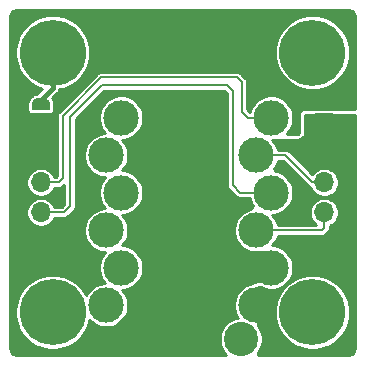
<source format=gbr>
%TF.GenerationSoftware,KiCad,Pcbnew,(5.1.9-0-10_14)*%
%TF.CreationDate,2021-03-07T16:19:06+01:00*%
%TF.ProjectId,Klinke Dual,4b6c696e-6b65-4204-9475-616c2e6b6963,rev?*%
%TF.SameCoordinates,Original*%
%TF.FileFunction,Copper,L1,Top*%
%TF.FilePolarity,Positive*%
%FSLAX46Y46*%
G04 Gerber Fmt 4.6, Leading zero omitted, Abs format (unit mm)*
G04 Created by KiCad (PCBNEW (5.1.9-0-10_14)) date 2021-03-07 16:19:06*
%MOMM*%
%LPD*%
G01*
G04 APERTURE LIST*
%TA.AperFunction,ComponentPad*%
%ADD10C,5.600000*%
%TD*%
%TA.AperFunction,SMDPad,CuDef*%
%ADD11C,0.100000*%
%TD*%
%TA.AperFunction,ComponentPad*%
%ADD12O,1.700000X1.700000*%
%TD*%
%TA.AperFunction,ComponentPad*%
%ADD13R,1.700000X1.700000*%
%TD*%
%TA.AperFunction,ComponentPad*%
%ADD14C,3.000000*%
%TD*%
%TA.AperFunction,ComponentPad*%
%ADD15C,2.900000*%
%TD*%
%TA.AperFunction,Conductor*%
%ADD16C,0.400000*%
%TD*%
%TA.AperFunction,Conductor*%
%ADD17C,0.200000*%
%TD*%
%TA.AperFunction,Conductor*%
%ADD18C,0.254000*%
%TD*%
%TA.AperFunction,Conductor*%
%ADD19C,0.100000*%
%TD*%
G04 APERTURE END LIST*
D10*
%TO.P,H1,1*%
%TO.N,Earth*%
X139000000Y-89000000D03*
%TD*%
%TO.P,H2,1*%
%TO.N,Earth*%
X161000000Y-89000000D03*
%TD*%
%TO.P,H3,1*%
%TO.N,Earth*%
X139000000Y-111000000D03*
%TD*%
%TO.P,H4,1*%
%TO.N,Earth*%
X161000000Y-111000000D03*
%TD*%
%TA.AperFunction,SMDPad,CuDef*%
D11*
%TO.P,JP2,2*%
%TO.N,/GND2*%
G36*
X162749398Y-94650000D02*
G01*
X162749398Y-94674534D01*
X162744588Y-94723365D01*
X162735016Y-94771490D01*
X162720772Y-94818445D01*
X162701995Y-94863778D01*
X162678864Y-94907051D01*
X162651604Y-94947850D01*
X162620476Y-94985779D01*
X162585779Y-95020476D01*
X162547850Y-95051604D01*
X162507051Y-95078864D01*
X162463778Y-95101995D01*
X162418445Y-95120772D01*
X162371490Y-95135016D01*
X162323365Y-95144588D01*
X162274534Y-95149398D01*
X162250000Y-95149398D01*
X162250000Y-95150000D01*
X161750000Y-95150000D01*
X161750000Y-95149398D01*
X161725466Y-95149398D01*
X161676635Y-95144588D01*
X161628510Y-95135016D01*
X161581555Y-95120772D01*
X161536222Y-95101995D01*
X161492949Y-95078864D01*
X161452150Y-95051604D01*
X161414221Y-95020476D01*
X161379524Y-94985779D01*
X161348396Y-94947850D01*
X161321136Y-94907051D01*
X161298005Y-94863778D01*
X161279228Y-94818445D01*
X161264984Y-94771490D01*
X161255412Y-94723365D01*
X161250602Y-94674534D01*
X161250602Y-94650000D01*
X161250000Y-94650000D01*
X161250000Y-94150000D01*
X162750000Y-94150000D01*
X162750000Y-94650000D01*
X162749398Y-94650000D01*
G37*
%TD.AperFunction*%
%TA.AperFunction,SMDPad,CuDef*%
%TO.P,JP2,1*%
%TO.N,/GND1*%
G36*
X161250000Y-93850000D02*
G01*
X161250000Y-93350000D01*
X161250602Y-93350000D01*
X161250602Y-93325466D01*
X161255412Y-93276635D01*
X161264984Y-93228510D01*
X161279228Y-93181555D01*
X161298005Y-93136222D01*
X161321136Y-93092949D01*
X161348396Y-93052150D01*
X161379524Y-93014221D01*
X161414221Y-92979524D01*
X161452150Y-92948396D01*
X161492949Y-92921136D01*
X161536222Y-92898005D01*
X161581555Y-92879228D01*
X161628510Y-92864984D01*
X161676635Y-92855412D01*
X161725466Y-92850602D01*
X161750000Y-92850602D01*
X161750000Y-92850000D01*
X162250000Y-92850000D01*
X162250000Y-92850602D01*
X162274534Y-92850602D01*
X162323365Y-92855412D01*
X162371490Y-92864984D01*
X162418445Y-92879228D01*
X162463778Y-92898005D01*
X162507051Y-92921136D01*
X162547850Y-92948396D01*
X162585779Y-92979524D01*
X162620476Y-93014221D01*
X162651604Y-93052150D01*
X162678864Y-93092949D01*
X162701995Y-93136222D01*
X162720772Y-93181555D01*
X162735016Y-93228510D01*
X162744588Y-93276635D01*
X162749398Y-93325466D01*
X162749398Y-93350000D01*
X162750000Y-93350000D01*
X162750000Y-93850000D01*
X161250000Y-93850000D01*
G37*
%TD.AperFunction*%
%TD*%
%TA.AperFunction,SMDPad,CuDef*%
%TO.P,JP1,2*%
%TO.N,Earth*%
G36*
X137250602Y-93350000D02*
G01*
X137250602Y-93325466D01*
X137255412Y-93276635D01*
X137264984Y-93228510D01*
X137279228Y-93181555D01*
X137298005Y-93136222D01*
X137321136Y-93092949D01*
X137348396Y-93052150D01*
X137379524Y-93014221D01*
X137414221Y-92979524D01*
X137452150Y-92948396D01*
X137492949Y-92921136D01*
X137536222Y-92898005D01*
X137581555Y-92879228D01*
X137628510Y-92864984D01*
X137676635Y-92855412D01*
X137725466Y-92850602D01*
X137750000Y-92850602D01*
X137750000Y-92850000D01*
X138250000Y-92850000D01*
X138250000Y-92850602D01*
X138274534Y-92850602D01*
X138323365Y-92855412D01*
X138371490Y-92864984D01*
X138418445Y-92879228D01*
X138463778Y-92898005D01*
X138507051Y-92921136D01*
X138547850Y-92948396D01*
X138585779Y-92979524D01*
X138620476Y-93014221D01*
X138651604Y-93052150D01*
X138678864Y-93092949D01*
X138701995Y-93136222D01*
X138720772Y-93181555D01*
X138735016Y-93228510D01*
X138744588Y-93276635D01*
X138749398Y-93325466D01*
X138749398Y-93350000D01*
X138750000Y-93350000D01*
X138750000Y-93850000D01*
X137250000Y-93850000D01*
X137250000Y-93350000D01*
X137250602Y-93350000D01*
G37*
%TD.AperFunction*%
%TA.AperFunction,SMDPad,CuDef*%
%TO.P,JP1,1*%
%TO.N,/GND1*%
G36*
X138750000Y-94150000D02*
G01*
X138750000Y-94650000D01*
X138749398Y-94650000D01*
X138749398Y-94674534D01*
X138744588Y-94723365D01*
X138735016Y-94771490D01*
X138720772Y-94818445D01*
X138701995Y-94863778D01*
X138678864Y-94907051D01*
X138651604Y-94947850D01*
X138620476Y-94985779D01*
X138585779Y-95020476D01*
X138547850Y-95051604D01*
X138507051Y-95078864D01*
X138463778Y-95101995D01*
X138418445Y-95120772D01*
X138371490Y-95135016D01*
X138323365Y-95144588D01*
X138274534Y-95149398D01*
X138250000Y-95149398D01*
X138250000Y-95150000D01*
X137750000Y-95150000D01*
X137750000Y-95149398D01*
X137725466Y-95149398D01*
X137676635Y-95144588D01*
X137628510Y-95135016D01*
X137581555Y-95120772D01*
X137536222Y-95101995D01*
X137492949Y-95078864D01*
X137452150Y-95051604D01*
X137414221Y-95020476D01*
X137379524Y-94985779D01*
X137348396Y-94947850D01*
X137321136Y-94907051D01*
X137298005Y-94863778D01*
X137279228Y-94818445D01*
X137264984Y-94771490D01*
X137255412Y-94723365D01*
X137250602Y-94674534D01*
X137250602Y-94650000D01*
X137250000Y-94650000D01*
X137250000Y-94150000D01*
X138750000Y-94150000D01*
G37*
%TD.AperFunction*%
%TD*%
D12*
%TO.P,J3,3*%
%TO.N,/RIGHT2*%
X162000000Y-102540000D03*
%TO.P,J3,2*%
%TO.N,/LEFT2*%
X162000000Y-100000000D03*
D13*
%TO.P,J3,1*%
%TO.N,/GND2*%
X162000000Y-97460000D03*
%TD*%
D12*
%TO.P,J2,3*%
%TO.N,/RIGHT1*%
X138000000Y-102540000D03*
%TO.P,J2,2*%
%TO.N,/LEFT1*%
X138000000Y-100000000D03*
D13*
%TO.P,J2,1*%
%TO.N,/GND1*%
X138000000Y-97460000D03*
%TD*%
D14*
%TO.P,J1,RN2*%
%TO.N,Net-(J1-PadRN2)*%
X143530000Y-104050000D03*
%TO.P,J1,RN1*%
%TO.N,Net-(J1-PadRN1)*%
X144800000Y-100870000D03*
%TO.P,J1,R2*%
%TO.N,/RIGHT2*%
X156230000Y-104050000D03*
%TO.P,J1,R1*%
%TO.N,/RIGHT1*%
X157500000Y-100870000D03*
%TO.P,J1,SN2*%
%TO.N,Net-(J1-PadSN2)*%
X143530000Y-110390000D03*
%TO.P,J1,SN1*%
%TO.N,Net-(J1-PadSN1)*%
X144800000Y-107220000D03*
%TO.P,J1,TN2*%
%TO.N,Net-(J1-PadTN2)*%
X143530000Y-97700000D03*
%TO.P,J1,TN1*%
%TO.N,Net-(J1-PadTN1)*%
X144800000Y-94520000D03*
%TO.P,J1,S2*%
%TO.N,/GND2*%
X156230000Y-110390000D03*
%TO.P,J1,S1*%
%TO.N,/GND1*%
X157500000Y-107220000D03*
%TO.P,J1,T2*%
%TO.N,/LEFT2*%
X156230000Y-97700000D03*
%TO.P,J1,T1*%
%TO.N,/LEFT1*%
X157500000Y-94520000D03*
D15*
%TO.P,J1,G*%
%TO.N,Earth*%
X154960000Y-113270000D03*
%TD*%
D16*
%TO.N,Earth*%
X138000000Y-93000000D02*
X139000000Y-92000000D01*
X139000000Y-89000000D02*
X139000000Y-92000000D01*
X138000000Y-93350000D02*
X138000000Y-93000000D01*
D17*
%TO.N,/RIGHT2*%
X156230000Y-104050000D02*
X161825000Y-104050000D01*
X162000000Y-103875000D02*
X162000000Y-102540000D01*
X161825000Y-104050000D02*
X162000000Y-103875000D01*
%TO.N,/RIGHT1*%
X157500000Y-100870000D02*
X154870000Y-100870000D01*
X154870000Y-100870000D02*
X154250000Y-100250000D01*
X138000000Y-102540000D02*
X139960000Y-102540000D01*
X153745000Y-91745000D02*
X143187540Y-91745000D01*
X143187540Y-91745000D02*
X140475000Y-94457540D01*
X154250000Y-92250000D02*
X153745000Y-91745000D01*
X154250000Y-100250000D02*
X154250000Y-92250000D01*
X140475000Y-102025000D02*
X140000000Y-102500000D01*
X140475000Y-99025000D02*
X140475000Y-102025000D01*
X139960000Y-102540000D02*
X140000000Y-102500000D01*
X140475000Y-94457540D02*
X140475000Y-99025000D01*
%TO.N,/GND2*%
X164027001Y-98027001D02*
X163460000Y-97460000D01*
X164027001Y-103493037D02*
X164027001Y-98027001D01*
X157130038Y-110390000D02*
X164027001Y-103493037D01*
X163460000Y-97460000D02*
X162000000Y-97460000D01*
X156230000Y-110390000D02*
X157130038Y-110390000D01*
D16*
%TO.N,/GND1*%
X138000000Y-97460000D02*
X138000000Y-95000000D01*
D17*
%TO.N,/LEFT2*%
X162000000Y-100000000D02*
X161000000Y-100000000D01*
X161000000Y-100000000D02*
X158700000Y-97700000D01*
X158700000Y-97700000D02*
X158200000Y-97700000D01*
X156230000Y-97700000D02*
X158200000Y-97700000D01*
%TO.N,/LEFT1*%
X139840000Y-94380000D02*
X143110000Y-91110000D01*
X138000000Y-100000000D02*
X139500000Y-100000000D01*
X139840000Y-97840000D02*
X139840000Y-99660000D01*
X139840000Y-97840000D02*
X139840000Y-94380000D01*
X139840000Y-99660000D02*
X139500000Y-100000000D01*
X157500000Y-94520000D02*
X155520000Y-94520000D01*
X155520000Y-94520000D02*
X155000000Y-94000000D01*
X155000000Y-94000000D02*
X155000000Y-91500000D01*
X155000000Y-91500000D02*
X154610000Y-91110000D01*
X143110000Y-91110000D02*
X154610000Y-91110000D01*
%TD*%
D18*
%TO.N,/GND1*%
X164114994Y-85419222D02*
X164225614Y-85452620D01*
X164327639Y-85506868D01*
X164417179Y-85579895D01*
X164490833Y-85668925D01*
X164545792Y-85770572D01*
X164579960Y-85880949D01*
X164594001Y-86014537D01*
X164594001Y-93773000D01*
X162809327Y-93773000D01*
X162750000Y-93767157D01*
X161250000Y-93767157D01*
X161190673Y-93773000D01*
X160254000Y-93773000D01*
X160229223Y-93775440D01*
X160132021Y-93794775D01*
X160108197Y-93802002D01*
X160086241Y-93813738D01*
X160003838Y-93868798D01*
X159984592Y-93884592D01*
X159968798Y-93903838D01*
X159913738Y-93986241D01*
X159902002Y-94008197D01*
X159894775Y-94032021D01*
X159875440Y-94129223D01*
X159873000Y-94154000D01*
X159873000Y-95733490D01*
X159861033Y-95793649D01*
X159834043Y-95834043D01*
X159793649Y-95861033D01*
X159733490Y-95873000D01*
X158807135Y-95873000D01*
X158961068Y-95719067D01*
X159166920Y-95410987D01*
X159308714Y-95068667D01*
X159381000Y-94705262D01*
X159381000Y-94334738D01*
X159308714Y-93971333D01*
X159166920Y-93629013D01*
X158961068Y-93320933D01*
X158699067Y-93058932D01*
X158390987Y-92853080D01*
X158048667Y-92711286D01*
X157685262Y-92639000D01*
X157314738Y-92639000D01*
X156951333Y-92711286D01*
X156609013Y-92853080D01*
X156300933Y-93058932D01*
X156038932Y-93320933D01*
X155833080Y-93629013D01*
X155691286Y-93971333D01*
X155684697Y-94004460D01*
X155481000Y-93800764D01*
X155481000Y-91523623D01*
X155483327Y-91499999D01*
X155478576Y-91451764D01*
X155474040Y-91405708D01*
X155446536Y-91315039D01*
X155401872Y-91231478D01*
X155341764Y-91158236D01*
X155323411Y-91143174D01*
X154966830Y-90786593D01*
X154951764Y-90768236D01*
X154878522Y-90708128D01*
X154794961Y-90663464D01*
X154704292Y-90635960D01*
X154633626Y-90629000D01*
X154610000Y-90626673D01*
X154586374Y-90629000D01*
X143133623Y-90629000D01*
X143109999Y-90626673D01*
X143086375Y-90629000D01*
X143086374Y-90629000D01*
X143015708Y-90635960D01*
X142925039Y-90663464D01*
X142841478Y-90708128D01*
X142768236Y-90768236D01*
X142753175Y-90786588D01*
X139516589Y-94023175D01*
X139498237Y-94038236D01*
X139483176Y-94056588D01*
X139438129Y-94111478D01*
X139393465Y-94195039D01*
X139365960Y-94285708D01*
X139356673Y-94380000D01*
X139359001Y-94403636D01*
X139359000Y-97816374D01*
X139359000Y-97816375D01*
X139359001Y-99460763D01*
X139300764Y-99519000D01*
X139133188Y-99519000D01*
X139090898Y-99416903D01*
X138956180Y-99215283D01*
X138784717Y-99043820D01*
X138583097Y-98909102D01*
X138359069Y-98816307D01*
X138121243Y-98769000D01*
X137878757Y-98769000D01*
X137640931Y-98816307D01*
X137416903Y-98909102D01*
X137215283Y-99043820D01*
X137043820Y-99215283D01*
X136909102Y-99416903D01*
X136816307Y-99640931D01*
X136769000Y-99878757D01*
X136769000Y-100121243D01*
X136816307Y-100359069D01*
X136909102Y-100583097D01*
X137043820Y-100784717D01*
X137215283Y-100956180D01*
X137416903Y-101090898D01*
X137640931Y-101183693D01*
X137878757Y-101231000D01*
X138121243Y-101231000D01*
X138359069Y-101183693D01*
X138583097Y-101090898D01*
X138784717Y-100956180D01*
X138956180Y-100784717D01*
X139090898Y-100583097D01*
X139133188Y-100481000D01*
X139476374Y-100481000D01*
X139500000Y-100483327D01*
X139523626Y-100481000D01*
X139594292Y-100474040D01*
X139684961Y-100446536D01*
X139768522Y-100401872D01*
X139841764Y-100341764D01*
X139856830Y-100323406D01*
X139994000Y-100186236D01*
X139994001Y-101825762D01*
X139760764Y-102059000D01*
X139133188Y-102059000D01*
X139090898Y-101956903D01*
X138956180Y-101755283D01*
X138784717Y-101583820D01*
X138583097Y-101449102D01*
X138359069Y-101356307D01*
X138121243Y-101309000D01*
X137878757Y-101309000D01*
X137640931Y-101356307D01*
X137416903Y-101449102D01*
X137215283Y-101583820D01*
X137043820Y-101755283D01*
X136909102Y-101956903D01*
X136816307Y-102180931D01*
X136769000Y-102418757D01*
X136769000Y-102661243D01*
X136816307Y-102899069D01*
X136909102Y-103123097D01*
X137043820Y-103324717D01*
X137215283Y-103496180D01*
X137416903Y-103630898D01*
X137640931Y-103723693D01*
X137878757Y-103771000D01*
X138121243Y-103771000D01*
X138359069Y-103723693D01*
X138583097Y-103630898D01*
X138784717Y-103496180D01*
X138956180Y-103324717D01*
X139090898Y-103123097D01*
X139133188Y-103021000D01*
X139936374Y-103021000D01*
X139960000Y-103023327D01*
X139983626Y-103021000D01*
X140054292Y-103014040D01*
X140144961Y-102986536D01*
X140228522Y-102941872D01*
X140301764Y-102881764D01*
X140316832Y-102863404D01*
X140323409Y-102856826D01*
X140323412Y-102856824D01*
X140798411Y-102381826D01*
X140816764Y-102366764D01*
X140876872Y-102293522D01*
X140921536Y-102209961D01*
X140949040Y-102119292D01*
X140956000Y-102048626D01*
X140956000Y-102048617D01*
X140958326Y-102025001D01*
X140956000Y-102001385D01*
X140956000Y-94656776D01*
X143386777Y-92226000D01*
X153545764Y-92226000D01*
X153769001Y-92449238D01*
X153769000Y-100226374D01*
X153766673Y-100250000D01*
X153769000Y-100273625D01*
X153775960Y-100344291D01*
X153803464Y-100434960D01*
X153848128Y-100518522D01*
X153908236Y-100591764D01*
X153926594Y-100606830D01*
X154513174Y-101193411D01*
X154528236Y-101211764D01*
X154601478Y-101271872D01*
X154685039Y-101316536D01*
X154775708Y-101344040D01*
X154846374Y-101351000D01*
X154846383Y-101351000D01*
X154869999Y-101353326D01*
X154893615Y-101351000D01*
X155677826Y-101351000D01*
X155691286Y-101418667D01*
X155833080Y-101760987D01*
X155983432Y-101986005D01*
X155968798Y-102003838D01*
X155913738Y-102086241D01*
X155902002Y-102108197D01*
X155894775Y-102132021D01*
X155880938Y-102201582D01*
X155681333Y-102241286D01*
X155339013Y-102383080D01*
X155030933Y-102588932D01*
X154768932Y-102850933D01*
X154563080Y-103159013D01*
X154421286Y-103501333D01*
X154349000Y-103864738D01*
X154349000Y-104235262D01*
X154421286Y-104598667D01*
X154563080Y-104940987D01*
X154768932Y-105249067D01*
X155030933Y-105511068D01*
X155339013Y-105716920D01*
X155681333Y-105858714D01*
X156044738Y-105931000D01*
X156415262Y-105931000D01*
X156686737Y-105877000D01*
X157233490Y-105877000D01*
X157293649Y-105888967D01*
X157334043Y-105915957D01*
X157361033Y-105956351D01*
X157373000Y-106016510D01*
X157373000Y-108233490D01*
X157361033Y-108293649D01*
X157334043Y-108334043D01*
X157293649Y-108361033D01*
X157233490Y-108373000D01*
X156254000Y-108373000D01*
X156229223Y-108375440D01*
X156132021Y-108394775D01*
X156108197Y-108402002D01*
X156086241Y-108413738D01*
X156003838Y-108468798D01*
X155984592Y-108484592D01*
X155968798Y-108503838D01*
X155953180Y-108527212D01*
X155681333Y-108581286D01*
X155339013Y-108723080D01*
X155030933Y-108928932D01*
X154768932Y-109190933D01*
X154563080Y-109499013D01*
X154421286Y-109841333D01*
X154349000Y-110204738D01*
X154349000Y-110575262D01*
X154421286Y-110938667D01*
X154563080Y-111280987D01*
X154681683Y-111458489D01*
X154425917Y-111509365D01*
X154092696Y-111647389D01*
X153792806Y-111847770D01*
X153537770Y-112102806D01*
X153337389Y-112402696D01*
X153199365Y-112735917D01*
X153129000Y-113089662D01*
X153129000Y-113450338D01*
X153199365Y-113804083D01*
X153337389Y-114137304D01*
X153537770Y-114437194D01*
X153694576Y-114594000D01*
X136019854Y-114594000D01*
X135885006Y-114580778D01*
X135774385Y-114547379D01*
X135672361Y-114493132D01*
X135582821Y-114420106D01*
X135509166Y-114331072D01*
X135454208Y-114229428D01*
X135420040Y-114119051D01*
X135406000Y-113985472D01*
X135406000Y-110686699D01*
X135819000Y-110686699D01*
X135819000Y-111313301D01*
X135941245Y-111927863D01*
X136181035Y-112506768D01*
X136529156Y-113027769D01*
X136972231Y-113470844D01*
X137493232Y-113818965D01*
X138072137Y-114058755D01*
X138686699Y-114181000D01*
X139313301Y-114181000D01*
X139927863Y-114058755D01*
X140506768Y-113818965D01*
X141027769Y-113470844D01*
X141470844Y-113027769D01*
X141818965Y-112506768D01*
X142058755Y-111927863D01*
X142116654Y-111636789D01*
X142330933Y-111851068D01*
X142639013Y-112056920D01*
X142981333Y-112198714D01*
X143344738Y-112271000D01*
X143715262Y-112271000D01*
X144078667Y-112198714D01*
X144420987Y-112056920D01*
X144729067Y-111851068D01*
X144991068Y-111589067D01*
X145196920Y-111280987D01*
X145338714Y-110938667D01*
X145411000Y-110575262D01*
X145411000Y-110204738D01*
X145338714Y-109841333D01*
X145196920Y-109499013D01*
X144991068Y-109190933D01*
X144901135Y-109101000D01*
X144985262Y-109101000D01*
X145348667Y-109028714D01*
X145690987Y-108886920D01*
X145999067Y-108681068D01*
X146261068Y-108419067D01*
X146466920Y-108110987D01*
X146608714Y-107768667D01*
X146681000Y-107405262D01*
X146681000Y-107034738D01*
X146608714Y-106671333D01*
X146466920Y-106329013D01*
X146261068Y-106020933D01*
X145999067Y-105758932D01*
X145690987Y-105553080D01*
X145348667Y-105411286D01*
X144985262Y-105339000D01*
X144901135Y-105339000D01*
X144991068Y-105249067D01*
X145196920Y-104940987D01*
X145338714Y-104598667D01*
X145411000Y-104235262D01*
X145411000Y-103864738D01*
X145338714Y-103501333D01*
X145196920Y-103159013D01*
X144991068Y-102850933D01*
X144891135Y-102751000D01*
X144985262Y-102751000D01*
X145348667Y-102678714D01*
X145690987Y-102536920D01*
X145999067Y-102331068D01*
X146261068Y-102069067D01*
X146466920Y-101760987D01*
X146608714Y-101418667D01*
X146681000Y-101055262D01*
X146681000Y-100684738D01*
X146608714Y-100321333D01*
X146466920Y-99979013D01*
X146261068Y-99670933D01*
X145999067Y-99408932D01*
X145690987Y-99203080D01*
X145348667Y-99061286D01*
X144985262Y-98989000D01*
X144901135Y-98989000D01*
X144991068Y-98899067D01*
X145196920Y-98590987D01*
X145338714Y-98248667D01*
X145411000Y-97885262D01*
X145411000Y-97514738D01*
X145338714Y-97151333D01*
X145196920Y-96809013D01*
X144991068Y-96500933D01*
X144891135Y-96401000D01*
X144985262Y-96401000D01*
X145348667Y-96328714D01*
X145690987Y-96186920D01*
X145999067Y-95981068D01*
X146261068Y-95719067D01*
X146466920Y-95410987D01*
X146608714Y-95068667D01*
X146681000Y-94705262D01*
X146681000Y-94334738D01*
X146608714Y-93971333D01*
X146466920Y-93629013D01*
X146261068Y-93320933D01*
X145999067Y-93058932D01*
X145690987Y-92853080D01*
X145348667Y-92711286D01*
X144985262Y-92639000D01*
X144614738Y-92639000D01*
X144251333Y-92711286D01*
X143909013Y-92853080D01*
X143600933Y-93058932D01*
X143338932Y-93320933D01*
X143133080Y-93629013D01*
X142991286Y-93971333D01*
X142919000Y-94334738D01*
X142919000Y-94705262D01*
X142991286Y-95068667D01*
X143133080Y-95410987D01*
X143338932Y-95719067D01*
X143438865Y-95819000D01*
X143344738Y-95819000D01*
X142981333Y-95891286D01*
X142639013Y-96033080D01*
X142330933Y-96238932D01*
X142068932Y-96500933D01*
X141863080Y-96809013D01*
X141721286Y-97151333D01*
X141649000Y-97514738D01*
X141649000Y-97885262D01*
X141721286Y-98248667D01*
X141863080Y-98590987D01*
X142068932Y-98899067D01*
X142330933Y-99161068D01*
X142639013Y-99366920D01*
X142981333Y-99508714D01*
X143344738Y-99581000D01*
X143428865Y-99581000D01*
X143338932Y-99670933D01*
X143133080Y-99979013D01*
X142991286Y-100321333D01*
X142919000Y-100684738D01*
X142919000Y-101055262D01*
X142991286Y-101418667D01*
X143133080Y-101760987D01*
X143338932Y-102069067D01*
X143438865Y-102169000D01*
X143344738Y-102169000D01*
X142981333Y-102241286D01*
X142639013Y-102383080D01*
X142330933Y-102588932D01*
X142068932Y-102850933D01*
X141863080Y-103159013D01*
X141721286Y-103501333D01*
X141649000Y-103864738D01*
X141649000Y-104235262D01*
X141721286Y-104598667D01*
X141863080Y-104940987D01*
X142068932Y-105249067D01*
X142330933Y-105511068D01*
X142639013Y-105716920D01*
X142981333Y-105858714D01*
X143344738Y-105931000D01*
X143428865Y-105931000D01*
X143338932Y-106020933D01*
X143133080Y-106329013D01*
X142991286Y-106671333D01*
X142919000Y-107034738D01*
X142919000Y-107405262D01*
X142991286Y-107768667D01*
X143133080Y-108110987D01*
X143338932Y-108419067D01*
X143428865Y-108509000D01*
X143344738Y-108509000D01*
X142981333Y-108581286D01*
X142639013Y-108723080D01*
X142330933Y-108928932D01*
X142068932Y-109190933D01*
X141863080Y-109499013D01*
X141842220Y-109549374D01*
X141818965Y-109493232D01*
X141470844Y-108972231D01*
X141027769Y-108529156D01*
X140506768Y-108181035D01*
X139927863Y-107941245D01*
X139313301Y-107819000D01*
X138686699Y-107819000D01*
X138072137Y-107941245D01*
X137493232Y-108181035D01*
X136972231Y-108529156D01*
X136529156Y-108972231D01*
X136181035Y-109493232D01*
X135941245Y-110072137D01*
X135819000Y-110686699D01*
X135406000Y-110686699D01*
X135406000Y-88686699D01*
X135819000Y-88686699D01*
X135819000Y-89313301D01*
X135941245Y-89927863D01*
X136181035Y-90506768D01*
X136529156Y-91027769D01*
X136972231Y-91470844D01*
X137493232Y-91818965D01*
X138072137Y-92058755D01*
X138111715Y-92066628D01*
X137708778Y-92469565D01*
X137700991Y-92469565D01*
X137626302Y-92476921D01*
X137530169Y-92496043D01*
X137458352Y-92517828D01*
X137367796Y-92555337D01*
X137301606Y-92590717D01*
X137220107Y-92645173D01*
X137162092Y-92692784D01*
X137092784Y-92762092D01*
X137045173Y-92820107D01*
X136990717Y-92901606D01*
X136955337Y-92967796D01*
X136917828Y-93058352D01*
X136896043Y-93130169D01*
X136876921Y-93226302D01*
X136869565Y-93300991D01*
X136869565Y-93325550D01*
X136867157Y-93350000D01*
X136867157Y-93850000D01*
X136874513Y-93924689D01*
X136896299Y-93996508D01*
X136931678Y-94062696D01*
X136979289Y-94120711D01*
X137037304Y-94168322D01*
X137103492Y-94203701D01*
X137175311Y-94225487D01*
X137250000Y-94232843D01*
X138750000Y-94232843D01*
X138824689Y-94225487D01*
X138896508Y-94203701D01*
X138962696Y-94168322D01*
X139020711Y-94120711D01*
X139068322Y-94062696D01*
X139103701Y-93996508D01*
X139125487Y-93924689D01*
X139132843Y-93850000D01*
X139132843Y-93350000D01*
X139130435Y-93325550D01*
X139130435Y-93300991D01*
X139123079Y-93226302D01*
X139103957Y-93130169D01*
X139082172Y-93058352D01*
X139044663Y-92967796D01*
X139009283Y-92901606D01*
X138973542Y-92848116D01*
X139390645Y-92431013D01*
X139412817Y-92412817D01*
X139485421Y-92324348D01*
X139539371Y-92223415D01*
X139567580Y-92130420D01*
X139927863Y-92058755D01*
X140506768Y-91818965D01*
X141027769Y-91470844D01*
X141470844Y-91027769D01*
X141818965Y-90506768D01*
X142058755Y-89927863D01*
X142181000Y-89313301D01*
X142181000Y-88686699D01*
X157819000Y-88686699D01*
X157819000Y-89313301D01*
X157941245Y-89927863D01*
X158181035Y-90506768D01*
X158529156Y-91027769D01*
X158972231Y-91470844D01*
X159493232Y-91818965D01*
X160072137Y-92058755D01*
X160686699Y-92181000D01*
X161313301Y-92181000D01*
X161927863Y-92058755D01*
X162506768Y-91818965D01*
X163027769Y-91470844D01*
X163470844Y-91027769D01*
X163818965Y-90506768D01*
X164058755Y-89927863D01*
X164181000Y-89313301D01*
X164181000Y-88686699D01*
X164058755Y-88072137D01*
X163818965Y-87493232D01*
X163470844Y-86972231D01*
X163027769Y-86529156D01*
X162506768Y-86181035D01*
X161927863Y-85941245D01*
X161313301Y-85819000D01*
X160686699Y-85819000D01*
X160072137Y-85941245D01*
X159493232Y-86181035D01*
X158972231Y-86529156D01*
X158529156Y-86972231D01*
X158181035Y-87493232D01*
X157941245Y-88072137D01*
X157819000Y-88686699D01*
X142181000Y-88686699D01*
X142058755Y-88072137D01*
X141818965Y-87493232D01*
X141470844Y-86972231D01*
X141027769Y-86529156D01*
X140506768Y-86181035D01*
X139927863Y-85941245D01*
X139313301Y-85819000D01*
X138686699Y-85819000D01*
X138072137Y-85941245D01*
X137493232Y-86181035D01*
X136972231Y-86529156D01*
X136529156Y-86972231D01*
X136181035Y-87493232D01*
X135941245Y-88072137D01*
X135819000Y-88686699D01*
X135406000Y-88686699D01*
X135406000Y-86019854D01*
X135419222Y-85885006D01*
X135452620Y-85774386D01*
X135506868Y-85672361D01*
X135579895Y-85582821D01*
X135668925Y-85509167D01*
X135770572Y-85454208D01*
X135880949Y-85420040D01*
X136014528Y-85406000D01*
X163980146Y-85406000D01*
X164114994Y-85419222D01*
%TA.AperFunction,Conductor*%
D19*
G36*
X164114994Y-85419222D02*
G01*
X164225614Y-85452620D01*
X164327639Y-85506868D01*
X164417179Y-85579895D01*
X164490833Y-85668925D01*
X164545792Y-85770572D01*
X164579960Y-85880949D01*
X164594001Y-86014537D01*
X164594001Y-93773000D01*
X162809327Y-93773000D01*
X162750000Y-93767157D01*
X161250000Y-93767157D01*
X161190673Y-93773000D01*
X160254000Y-93773000D01*
X160229223Y-93775440D01*
X160132021Y-93794775D01*
X160108197Y-93802002D01*
X160086241Y-93813738D01*
X160003838Y-93868798D01*
X159984592Y-93884592D01*
X159968798Y-93903838D01*
X159913738Y-93986241D01*
X159902002Y-94008197D01*
X159894775Y-94032021D01*
X159875440Y-94129223D01*
X159873000Y-94154000D01*
X159873000Y-95733490D01*
X159861033Y-95793649D01*
X159834043Y-95834043D01*
X159793649Y-95861033D01*
X159733490Y-95873000D01*
X158807135Y-95873000D01*
X158961068Y-95719067D01*
X159166920Y-95410987D01*
X159308714Y-95068667D01*
X159381000Y-94705262D01*
X159381000Y-94334738D01*
X159308714Y-93971333D01*
X159166920Y-93629013D01*
X158961068Y-93320933D01*
X158699067Y-93058932D01*
X158390987Y-92853080D01*
X158048667Y-92711286D01*
X157685262Y-92639000D01*
X157314738Y-92639000D01*
X156951333Y-92711286D01*
X156609013Y-92853080D01*
X156300933Y-93058932D01*
X156038932Y-93320933D01*
X155833080Y-93629013D01*
X155691286Y-93971333D01*
X155684697Y-94004460D01*
X155481000Y-93800764D01*
X155481000Y-91523623D01*
X155483327Y-91499999D01*
X155478576Y-91451764D01*
X155474040Y-91405708D01*
X155446536Y-91315039D01*
X155401872Y-91231478D01*
X155341764Y-91158236D01*
X155323411Y-91143174D01*
X154966830Y-90786593D01*
X154951764Y-90768236D01*
X154878522Y-90708128D01*
X154794961Y-90663464D01*
X154704292Y-90635960D01*
X154633626Y-90629000D01*
X154610000Y-90626673D01*
X154586374Y-90629000D01*
X143133623Y-90629000D01*
X143109999Y-90626673D01*
X143086375Y-90629000D01*
X143086374Y-90629000D01*
X143015708Y-90635960D01*
X142925039Y-90663464D01*
X142841478Y-90708128D01*
X142768236Y-90768236D01*
X142753175Y-90786588D01*
X139516589Y-94023175D01*
X139498237Y-94038236D01*
X139483176Y-94056588D01*
X139438129Y-94111478D01*
X139393465Y-94195039D01*
X139365960Y-94285708D01*
X139356673Y-94380000D01*
X139359001Y-94403636D01*
X139359000Y-97816374D01*
X139359000Y-97816375D01*
X139359001Y-99460763D01*
X139300764Y-99519000D01*
X139133188Y-99519000D01*
X139090898Y-99416903D01*
X138956180Y-99215283D01*
X138784717Y-99043820D01*
X138583097Y-98909102D01*
X138359069Y-98816307D01*
X138121243Y-98769000D01*
X137878757Y-98769000D01*
X137640931Y-98816307D01*
X137416903Y-98909102D01*
X137215283Y-99043820D01*
X137043820Y-99215283D01*
X136909102Y-99416903D01*
X136816307Y-99640931D01*
X136769000Y-99878757D01*
X136769000Y-100121243D01*
X136816307Y-100359069D01*
X136909102Y-100583097D01*
X137043820Y-100784717D01*
X137215283Y-100956180D01*
X137416903Y-101090898D01*
X137640931Y-101183693D01*
X137878757Y-101231000D01*
X138121243Y-101231000D01*
X138359069Y-101183693D01*
X138583097Y-101090898D01*
X138784717Y-100956180D01*
X138956180Y-100784717D01*
X139090898Y-100583097D01*
X139133188Y-100481000D01*
X139476374Y-100481000D01*
X139500000Y-100483327D01*
X139523626Y-100481000D01*
X139594292Y-100474040D01*
X139684961Y-100446536D01*
X139768522Y-100401872D01*
X139841764Y-100341764D01*
X139856830Y-100323406D01*
X139994000Y-100186236D01*
X139994001Y-101825762D01*
X139760764Y-102059000D01*
X139133188Y-102059000D01*
X139090898Y-101956903D01*
X138956180Y-101755283D01*
X138784717Y-101583820D01*
X138583097Y-101449102D01*
X138359069Y-101356307D01*
X138121243Y-101309000D01*
X137878757Y-101309000D01*
X137640931Y-101356307D01*
X137416903Y-101449102D01*
X137215283Y-101583820D01*
X137043820Y-101755283D01*
X136909102Y-101956903D01*
X136816307Y-102180931D01*
X136769000Y-102418757D01*
X136769000Y-102661243D01*
X136816307Y-102899069D01*
X136909102Y-103123097D01*
X137043820Y-103324717D01*
X137215283Y-103496180D01*
X137416903Y-103630898D01*
X137640931Y-103723693D01*
X137878757Y-103771000D01*
X138121243Y-103771000D01*
X138359069Y-103723693D01*
X138583097Y-103630898D01*
X138784717Y-103496180D01*
X138956180Y-103324717D01*
X139090898Y-103123097D01*
X139133188Y-103021000D01*
X139936374Y-103021000D01*
X139960000Y-103023327D01*
X139983626Y-103021000D01*
X140054292Y-103014040D01*
X140144961Y-102986536D01*
X140228522Y-102941872D01*
X140301764Y-102881764D01*
X140316832Y-102863404D01*
X140323409Y-102856826D01*
X140323412Y-102856824D01*
X140798411Y-102381826D01*
X140816764Y-102366764D01*
X140876872Y-102293522D01*
X140921536Y-102209961D01*
X140949040Y-102119292D01*
X140956000Y-102048626D01*
X140956000Y-102048617D01*
X140958326Y-102025001D01*
X140956000Y-102001385D01*
X140956000Y-94656776D01*
X143386777Y-92226000D01*
X153545764Y-92226000D01*
X153769001Y-92449238D01*
X153769000Y-100226374D01*
X153766673Y-100250000D01*
X153769000Y-100273625D01*
X153775960Y-100344291D01*
X153803464Y-100434960D01*
X153848128Y-100518522D01*
X153908236Y-100591764D01*
X153926594Y-100606830D01*
X154513174Y-101193411D01*
X154528236Y-101211764D01*
X154601478Y-101271872D01*
X154685039Y-101316536D01*
X154775708Y-101344040D01*
X154846374Y-101351000D01*
X154846383Y-101351000D01*
X154869999Y-101353326D01*
X154893615Y-101351000D01*
X155677826Y-101351000D01*
X155691286Y-101418667D01*
X155833080Y-101760987D01*
X155983432Y-101986005D01*
X155968798Y-102003838D01*
X155913738Y-102086241D01*
X155902002Y-102108197D01*
X155894775Y-102132021D01*
X155880938Y-102201582D01*
X155681333Y-102241286D01*
X155339013Y-102383080D01*
X155030933Y-102588932D01*
X154768932Y-102850933D01*
X154563080Y-103159013D01*
X154421286Y-103501333D01*
X154349000Y-103864738D01*
X154349000Y-104235262D01*
X154421286Y-104598667D01*
X154563080Y-104940987D01*
X154768932Y-105249067D01*
X155030933Y-105511068D01*
X155339013Y-105716920D01*
X155681333Y-105858714D01*
X156044738Y-105931000D01*
X156415262Y-105931000D01*
X156686737Y-105877000D01*
X157233490Y-105877000D01*
X157293649Y-105888967D01*
X157334043Y-105915957D01*
X157361033Y-105956351D01*
X157373000Y-106016510D01*
X157373000Y-108233490D01*
X157361033Y-108293649D01*
X157334043Y-108334043D01*
X157293649Y-108361033D01*
X157233490Y-108373000D01*
X156254000Y-108373000D01*
X156229223Y-108375440D01*
X156132021Y-108394775D01*
X156108197Y-108402002D01*
X156086241Y-108413738D01*
X156003838Y-108468798D01*
X155984592Y-108484592D01*
X155968798Y-108503838D01*
X155953180Y-108527212D01*
X155681333Y-108581286D01*
X155339013Y-108723080D01*
X155030933Y-108928932D01*
X154768932Y-109190933D01*
X154563080Y-109499013D01*
X154421286Y-109841333D01*
X154349000Y-110204738D01*
X154349000Y-110575262D01*
X154421286Y-110938667D01*
X154563080Y-111280987D01*
X154681683Y-111458489D01*
X154425917Y-111509365D01*
X154092696Y-111647389D01*
X153792806Y-111847770D01*
X153537770Y-112102806D01*
X153337389Y-112402696D01*
X153199365Y-112735917D01*
X153129000Y-113089662D01*
X153129000Y-113450338D01*
X153199365Y-113804083D01*
X153337389Y-114137304D01*
X153537770Y-114437194D01*
X153694576Y-114594000D01*
X136019854Y-114594000D01*
X135885006Y-114580778D01*
X135774385Y-114547379D01*
X135672361Y-114493132D01*
X135582821Y-114420106D01*
X135509166Y-114331072D01*
X135454208Y-114229428D01*
X135420040Y-114119051D01*
X135406000Y-113985472D01*
X135406000Y-110686699D01*
X135819000Y-110686699D01*
X135819000Y-111313301D01*
X135941245Y-111927863D01*
X136181035Y-112506768D01*
X136529156Y-113027769D01*
X136972231Y-113470844D01*
X137493232Y-113818965D01*
X138072137Y-114058755D01*
X138686699Y-114181000D01*
X139313301Y-114181000D01*
X139927863Y-114058755D01*
X140506768Y-113818965D01*
X141027769Y-113470844D01*
X141470844Y-113027769D01*
X141818965Y-112506768D01*
X142058755Y-111927863D01*
X142116654Y-111636789D01*
X142330933Y-111851068D01*
X142639013Y-112056920D01*
X142981333Y-112198714D01*
X143344738Y-112271000D01*
X143715262Y-112271000D01*
X144078667Y-112198714D01*
X144420987Y-112056920D01*
X144729067Y-111851068D01*
X144991068Y-111589067D01*
X145196920Y-111280987D01*
X145338714Y-110938667D01*
X145411000Y-110575262D01*
X145411000Y-110204738D01*
X145338714Y-109841333D01*
X145196920Y-109499013D01*
X144991068Y-109190933D01*
X144901135Y-109101000D01*
X144985262Y-109101000D01*
X145348667Y-109028714D01*
X145690987Y-108886920D01*
X145999067Y-108681068D01*
X146261068Y-108419067D01*
X146466920Y-108110987D01*
X146608714Y-107768667D01*
X146681000Y-107405262D01*
X146681000Y-107034738D01*
X146608714Y-106671333D01*
X146466920Y-106329013D01*
X146261068Y-106020933D01*
X145999067Y-105758932D01*
X145690987Y-105553080D01*
X145348667Y-105411286D01*
X144985262Y-105339000D01*
X144901135Y-105339000D01*
X144991068Y-105249067D01*
X145196920Y-104940987D01*
X145338714Y-104598667D01*
X145411000Y-104235262D01*
X145411000Y-103864738D01*
X145338714Y-103501333D01*
X145196920Y-103159013D01*
X144991068Y-102850933D01*
X144891135Y-102751000D01*
X144985262Y-102751000D01*
X145348667Y-102678714D01*
X145690987Y-102536920D01*
X145999067Y-102331068D01*
X146261068Y-102069067D01*
X146466920Y-101760987D01*
X146608714Y-101418667D01*
X146681000Y-101055262D01*
X146681000Y-100684738D01*
X146608714Y-100321333D01*
X146466920Y-99979013D01*
X146261068Y-99670933D01*
X145999067Y-99408932D01*
X145690987Y-99203080D01*
X145348667Y-99061286D01*
X144985262Y-98989000D01*
X144901135Y-98989000D01*
X144991068Y-98899067D01*
X145196920Y-98590987D01*
X145338714Y-98248667D01*
X145411000Y-97885262D01*
X145411000Y-97514738D01*
X145338714Y-97151333D01*
X145196920Y-96809013D01*
X144991068Y-96500933D01*
X144891135Y-96401000D01*
X144985262Y-96401000D01*
X145348667Y-96328714D01*
X145690987Y-96186920D01*
X145999067Y-95981068D01*
X146261068Y-95719067D01*
X146466920Y-95410987D01*
X146608714Y-95068667D01*
X146681000Y-94705262D01*
X146681000Y-94334738D01*
X146608714Y-93971333D01*
X146466920Y-93629013D01*
X146261068Y-93320933D01*
X145999067Y-93058932D01*
X145690987Y-92853080D01*
X145348667Y-92711286D01*
X144985262Y-92639000D01*
X144614738Y-92639000D01*
X144251333Y-92711286D01*
X143909013Y-92853080D01*
X143600933Y-93058932D01*
X143338932Y-93320933D01*
X143133080Y-93629013D01*
X142991286Y-93971333D01*
X142919000Y-94334738D01*
X142919000Y-94705262D01*
X142991286Y-95068667D01*
X143133080Y-95410987D01*
X143338932Y-95719067D01*
X143438865Y-95819000D01*
X143344738Y-95819000D01*
X142981333Y-95891286D01*
X142639013Y-96033080D01*
X142330933Y-96238932D01*
X142068932Y-96500933D01*
X141863080Y-96809013D01*
X141721286Y-97151333D01*
X141649000Y-97514738D01*
X141649000Y-97885262D01*
X141721286Y-98248667D01*
X141863080Y-98590987D01*
X142068932Y-98899067D01*
X142330933Y-99161068D01*
X142639013Y-99366920D01*
X142981333Y-99508714D01*
X143344738Y-99581000D01*
X143428865Y-99581000D01*
X143338932Y-99670933D01*
X143133080Y-99979013D01*
X142991286Y-100321333D01*
X142919000Y-100684738D01*
X142919000Y-101055262D01*
X142991286Y-101418667D01*
X143133080Y-101760987D01*
X143338932Y-102069067D01*
X143438865Y-102169000D01*
X143344738Y-102169000D01*
X142981333Y-102241286D01*
X142639013Y-102383080D01*
X142330933Y-102588932D01*
X142068932Y-102850933D01*
X141863080Y-103159013D01*
X141721286Y-103501333D01*
X141649000Y-103864738D01*
X141649000Y-104235262D01*
X141721286Y-104598667D01*
X141863080Y-104940987D01*
X142068932Y-105249067D01*
X142330933Y-105511068D01*
X142639013Y-105716920D01*
X142981333Y-105858714D01*
X143344738Y-105931000D01*
X143428865Y-105931000D01*
X143338932Y-106020933D01*
X143133080Y-106329013D01*
X142991286Y-106671333D01*
X142919000Y-107034738D01*
X142919000Y-107405262D01*
X142991286Y-107768667D01*
X143133080Y-108110987D01*
X143338932Y-108419067D01*
X143428865Y-108509000D01*
X143344738Y-108509000D01*
X142981333Y-108581286D01*
X142639013Y-108723080D01*
X142330933Y-108928932D01*
X142068932Y-109190933D01*
X141863080Y-109499013D01*
X141842220Y-109549374D01*
X141818965Y-109493232D01*
X141470844Y-108972231D01*
X141027769Y-108529156D01*
X140506768Y-108181035D01*
X139927863Y-107941245D01*
X139313301Y-107819000D01*
X138686699Y-107819000D01*
X138072137Y-107941245D01*
X137493232Y-108181035D01*
X136972231Y-108529156D01*
X136529156Y-108972231D01*
X136181035Y-109493232D01*
X135941245Y-110072137D01*
X135819000Y-110686699D01*
X135406000Y-110686699D01*
X135406000Y-88686699D01*
X135819000Y-88686699D01*
X135819000Y-89313301D01*
X135941245Y-89927863D01*
X136181035Y-90506768D01*
X136529156Y-91027769D01*
X136972231Y-91470844D01*
X137493232Y-91818965D01*
X138072137Y-92058755D01*
X138111715Y-92066628D01*
X137708778Y-92469565D01*
X137700991Y-92469565D01*
X137626302Y-92476921D01*
X137530169Y-92496043D01*
X137458352Y-92517828D01*
X137367796Y-92555337D01*
X137301606Y-92590717D01*
X137220107Y-92645173D01*
X137162092Y-92692784D01*
X137092784Y-92762092D01*
X137045173Y-92820107D01*
X136990717Y-92901606D01*
X136955337Y-92967796D01*
X136917828Y-93058352D01*
X136896043Y-93130169D01*
X136876921Y-93226302D01*
X136869565Y-93300991D01*
X136869565Y-93325550D01*
X136867157Y-93350000D01*
X136867157Y-93850000D01*
X136874513Y-93924689D01*
X136896299Y-93996508D01*
X136931678Y-94062696D01*
X136979289Y-94120711D01*
X137037304Y-94168322D01*
X137103492Y-94203701D01*
X137175311Y-94225487D01*
X137250000Y-94232843D01*
X138750000Y-94232843D01*
X138824689Y-94225487D01*
X138896508Y-94203701D01*
X138962696Y-94168322D01*
X139020711Y-94120711D01*
X139068322Y-94062696D01*
X139103701Y-93996508D01*
X139125487Y-93924689D01*
X139132843Y-93850000D01*
X139132843Y-93350000D01*
X139130435Y-93325550D01*
X139130435Y-93300991D01*
X139123079Y-93226302D01*
X139103957Y-93130169D01*
X139082172Y-93058352D01*
X139044663Y-92967796D01*
X139009283Y-92901606D01*
X138973542Y-92848116D01*
X139390645Y-92431013D01*
X139412817Y-92412817D01*
X139485421Y-92324348D01*
X139539371Y-92223415D01*
X139567580Y-92130420D01*
X139927863Y-92058755D01*
X140506768Y-91818965D01*
X141027769Y-91470844D01*
X141470844Y-91027769D01*
X141818965Y-90506768D01*
X142058755Y-89927863D01*
X142181000Y-89313301D01*
X142181000Y-88686699D01*
X157819000Y-88686699D01*
X157819000Y-89313301D01*
X157941245Y-89927863D01*
X158181035Y-90506768D01*
X158529156Y-91027769D01*
X158972231Y-91470844D01*
X159493232Y-91818965D01*
X160072137Y-92058755D01*
X160686699Y-92181000D01*
X161313301Y-92181000D01*
X161927863Y-92058755D01*
X162506768Y-91818965D01*
X163027769Y-91470844D01*
X163470844Y-91027769D01*
X163818965Y-90506768D01*
X164058755Y-89927863D01*
X164181000Y-89313301D01*
X164181000Y-88686699D01*
X164058755Y-88072137D01*
X163818965Y-87493232D01*
X163470844Y-86972231D01*
X163027769Y-86529156D01*
X162506768Y-86181035D01*
X161927863Y-85941245D01*
X161313301Y-85819000D01*
X160686699Y-85819000D01*
X160072137Y-85941245D01*
X159493232Y-86181035D01*
X158972231Y-86529156D01*
X158529156Y-86972231D01*
X158181035Y-87493232D01*
X157941245Y-88072137D01*
X157819000Y-88686699D01*
X142181000Y-88686699D01*
X142058755Y-88072137D01*
X141818965Y-87493232D01*
X141470844Y-86972231D01*
X141027769Y-86529156D01*
X140506768Y-86181035D01*
X139927863Y-85941245D01*
X139313301Y-85819000D01*
X138686699Y-85819000D01*
X138072137Y-85941245D01*
X137493232Y-86181035D01*
X136972231Y-86529156D01*
X136529156Y-86972231D01*
X136181035Y-87493232D01*
X135941245Y-88072137D01*
X135819000Y-88686699D01*
X135406000Y-88686699D01*
X135406000Y-86019854D01*
X135419222Y-85885006D01*
X135452620Y-85774386D01*
X135506868Y-85672361D01*
X135579895Y-85582821D01*
X135668925Y-85509167D01*
X135770572Y-85454208D01*
X135880949Y-85420040D01*
X136014528Y-85406000D01*
X163980146Y-85406000D01*
X164114994Y-85419222D01*
G37*
%TD.AperFunction*%
%TD*%
D18*
%TO.N,/GND2*%
X164594000Y-113980146D02*
X164580778Y-114114994D01*
X164547379Y-114225615D01*
X164493132Y-114327639D01*
X164420106Y-114417179D01*
X164331072Y-114490834D01*
X164229428Y-114545792D01*
X164119051Y-114579960D01*
X163985472Y-114594000D01*
X156381000Y-114594000D01*
X156381000Y-114438424D01*
X156382230Y-114437194D01*
X156582611Y-114137304D01*
X156720635Y-113804083D01*
X156791000Y-113450338D01*
X156791000Y-113089662D01*
X156720635Y-112735917D01*
X156582611Y-112402696D01*
X156382230Y-112102806D01*
X156381000Y-112101576D01*
X156381000Y-110686699D01*
X157819000Y-110686699D01*
X157819000Y-111313301D01*
X157941245Y-111927863D01*
X158181035Y-112506768D01*
X158529156Y-113027769D01*
X158972231Y-113470844D01*
X159493232Y-113818965D01*
X160072137Y-114058755D01*
X160686699Y-114181000D01*
X161313301Y-114181000D01*
X161927863Y-114058755D01*
X162506768Y-113818965D01*
X163027769Y-113470844D01*
X163470844Y-113027769D01*
X163818965Y-112506768D01*
X164058755Y-111927863D01*
X164181000Y-111313301D01*
X164181000Y-110686699D01*
X164058755Y-110072137D01*
X163818965Y-109493232D01*
X163470844Y-108972231D01*
X163027769Y-108529156D01*
X162506768Y-108181035D01*
X161927863Y-107941245D01*
X161313301Y-107819000D01*
X160686699Y-107819000D01*
X160072137Y-107941245D01*
X159493232Y-108181035D01*
X158972231Y-108529156D01*
X158529156Y-108972231D01*
X158181035Y-109493232D01*
X157941245Y-110072137D01*
X157819000Y-110686699D01*
X156381000Y-110686699D01*
X156381000Y-108881000D01*
X156600153Y-108881000D01*
X156609013Y-108886920D01*
X156951333Y-109028714D01*
X157314738Y-109101000D01*
X157685262Y-109101000D01*
X158048667Y-109028714D01*
X158390987Y-108886920D01*
X158699067Y-108681068D01*
X158961068Y-108419067D01*
X159166920Y-108110987D01*
X159308714Y-107768667D01*
X159381000Y-107405262D01*
X159381000Y-107034738D01*
X159308714Y-106671333D01*
X159166920Y-106329013D01*
X158961068Y-106020933D01*
X158699067Y-105758932D01*
X158390987Y-105553080D01*
X158048667Y-105411286D01*
X157685262Y-105339000D01*
X157601135Y-105339000D01*
X157691068Y-105249067D01*
X157896920Y-104940987D01*
X158038714Y-104598667D01*
X158052174Y-104531000D01*
X161801374Y-104531000D01*
X161825000Y-104533327D01*
X161848626Y-104531000D01*
X161919292Y-104524040D01*
X162009961Y-104496536D01*
X162093522Y-104451872D01*
X162166764Y-104391764D01*
X162181830Y-104373406D01*
X162323406Y-104231830D01*
X162341764Y-104216764D01*
X162401872Y-104143522D01*
X162446536Y-104059961D01*
X162474040Y-103969292D01*
X162481000Y-103898626D01*
X162481000Y-103898625D01*
X162483327Y-103875001D01*
X162481000Y-103851377D01*
X162481000Y-103673188D01*
X162583097Y-103630898D01*
X162784717Y-103496180D01*
X162956180Y-103324717D01*
X163090898Y-103123097D01*
X163183693Y-102899069D01*
X163231000Y-102661243D01*
X163231000Y-102418757D01*
X163183693Y-102180931D01*
X163090898Y-101956903D01*
X162956180Y-101755283D01*
X162784717Y-101583820D01*
X162583097Y-101449102D01*
X162359069Y-101356307D01*
X162121243Y-101309000D01*
X161878757Y-101309000D01*
X161640931Y-101356307D01*
X161416903Y-101449102D01*
X161215283Y-101583820D01*
X161043820Y-101755283D01*
X160909102Y-101956903D01*
X160816307Y-102180931D01*
X160769000Y-102418757D01*
X160769000Y-102661243D01*
X160816307Y-102899069D01*
X160909102Y-103123097D01*
X161043820Y-103324717D01*
X161215283Y-103496180D01*
X161324266Y-103569000D01*
X158052174Y-103569000D01*
X158038714Y-103501333D01*
X157896920Y-103159013D01*
X157691068Y-102850933D01*
X157591135Y-102751000D01*
X157685262Y-102751000D01*
X158048667Y-102678714D01*
X158390987Y-102536920D01*
X158699067Y-102331068D01*
X158961068Y-102069067D01*
X159166920Y-101760987D01*
X159308714Y-101418667D01*
X159381000Y-101055262D01*
X159381000Y-100684738D01*
X159308714Y-100321333D01*
X159166920Y-99979013D01*
X158961068Y-99670933D01*
X158699067Y-99408932D01*
X158390987Y-99203080D01*
X158048667Y-99061286D01*
X157835028Y-99018790D01*
X157832663Y-99010995D01*
X157797455Y-98945126D01*
X157742395Y-98862723D01*
X157727489Y-98844559D01*
X157896920Y-98590987D01*
X158038714Y-98248667D01*
X158052174Y-98181000D01*
X158500764Y-98181000D01*
X160643175Y-100323412D01*
X160658236Y-100341764D01*
X160731478Y-100401872D01*
X160815039Y-100446536D01*
X160857925Y-100459545D01*
X160909102Y-100583097D01*
X161043820Y-100784717D01*
X161215283Y-100956180D01*
X161416903Y-101090898D01*
X161640931Y-101183693D01*
X161878757Y-101231000D01*
X162121243Y-101231000D01*
X162359069Y-101183693D01*
X162583097Y-101090898D01*
X162784717Y-100956180D01*
X162956180Y-100784717D01*
X163090898Y-100583097D01*
X163183693Y-100359069D01*
X163231000Y-100121243D01*
X163231000Y-99878757D01*
X163183693Y-99640931D01*
X163090898Y-99416903D01*
X162956180Y-99215283D01*
X162784717Y-99043820D01*
X162583097Y-98909102D01*
X162359069Y-98816307D01*
X162121243Y-98769000D01*
X161878757Y-98769000D01*
X161640931Y-98816307D01*
X161416903Y-98909102D01*
X161215283Y-99043820D01*
X161043820Y-99215283D01*
X160984419Y-99304182D01*
X159056830Y-97376594D01*
X159041764Y-97358236D01*
X158968522Y-97298128D01*
X158884961Y-97253464D01*
X158794292Y-97225960D01*
X158723626Y-97219000D01*
X158700000Y-97216673D01*
X158676374Y-97219000D01*
X158052174Y-97219000D01*
X158038714Y-97151333D01*
X157896920Y-96809013D01*
X157691068Y-96500933D01*
X157591135Y-96401000D01*
X157685262Y-96401000D01*
X157785808Y-96381000D01*
X159746000Y-96381000D01*
X159820331Y-96373679D01*
X159917533Y-96354344D01*
X159989005Y-96332663D01*
X160054874Y-96297455D01*
X160137277Y-96242395D01*
X160195013Y-96195013D01*
X160242395Y-96137277D01*
X160297455Y-96054874D01*
X160332663Y-95989006D01*
X160354344Y-95917533D01*
X160373679Y-95820331D01*
X160381000Y-95746000D01*
X160381000Y-94281000D01*
X164594001Y-94281000D01*
X164594000Y-113980146D01*
%TA.AperFunction,Conductor*%
D19*
G36*
X164594000Y-113980146D02*
G01*
X164580778Y-114114994D01*
X164547379Y-114225615D01*
X164493132Y-114327639D01*
X164420106Y-114417179D01*
X164331072Y-114490834D01*
X164229428Y-114545792D01*
X164119051Y-114579960D01*
X163985472Y-114594000D01*
X156381000Y-114594000D01*
X156381000Y-114438424D01*
X156382230Y-114437194D01*
X156582611Y-114137304D01*
X156720635Y-113804083D01*
X156791000Y-113450338D01*
X156791000Y-113089662D01*
X156720635Y-112735917D01*
X156582611Y-112402696D01*
X156382230Y-112102806D01*
X156381000Y-112101576D01*
X156381000Y-110686699D01*
X157819000Y-110686699D01*
X157819000Y-111313301D01*
X157941245Y-111927863D01*
X158181035Y-112506768D01*
X158529156Y-113027769D01*
X158972231Y-113470844D01*
X159493232Y-113818965D01*
X160072137Y-114058755D01*
X160686699Y-114181000D01*
X161313301Y-114181000D01*
X161927863Y-114058755D01*
X162506768Y-113818965D01*
X163027769Y-113470844D01*
X163470844Y-113027769D01*
X163818965Y-112506768D01*
X164058755Y-111927863D01*
X164181000Y-111313301D01*
X164181000Y-110686699D01*
X164058755Y-110072137D01*
X163818965Y-109493232D01*
X163470844Y-108972231D01*
X163027769Y-108529156D01*
X162506768Y-108181035D01*
X161927863Y-107941245D01*
X161313301Y-107819000D01*
X160686699Y-107819000D01*
X160072137Y-107941245D01*
X159493232Y-108181035D01*
X158972231Y-108529156D01*
X158529156Y-108972231D01*
X158181035Y-109493232D01*
X157941245Y-110072137D01*
X157819000Y-110686699D01*
X156381000Y-110686699D01*
X156381000Y-108881000D01*
X156600153Y-108881000D01*
X156609013Y-108886920D01*
X156951333Y-109028714D01*
X157314738Y-109101000D01*
X157685262Y-109101000D01*
X158048667Y-109028714D01*
X158390987Y-108886920D01*
X158699067Y-108681068D01*
X158961068Y-108419067D01*
X159166920Y-108110987D01*
X159308714Y-107768667D01*
X159381000Y-107405262D01*
X159381000Y-107034738D01*
X159308714Y-106671333D01*
X159166920Y-106329013D01*
X158961068Y-106020933D01*
X158699067Y-105758932D01*
X158390987Y-105553080D01*
X158048667Y-105411286D01*
X157685262Y-105339000D01*
X157601135Y-105339000D01*
X157691068Y-105249067D01*
X157896920Y-104940987D01*
X158038714Y-104598667D01*
X158052174Y-104531000D01*
X161801374Y-104531000D01*
X161825000Y-104533327D01*
X161848626Y-104531000D01*
X161919292Y-104524040D01*
X162009961Y-104496536D01*
X162093522Y-104451872D01*
X162166764Y-104391764D01*
X162181830Y-104373406D01*
X162323406Y-104231830D01*
X162341764Y-104216764D01*
X162401872Y-104143522D01*
X162446536Y-104059961D01*
X162474040Y-103969292D01*
X162481000Y-103898626D01*
X162481000Y-103898625D01*
X162483327Y-103875001D01*
X162481000Y-103851377D01*
X162481000Y-103673188D01*
X162583097Y-103630898D01*
X162784717Y-103496180D01*
X162956180Y-103324717D01*
X163090898Y-103123097D01*
X163183693Y-102899069D01*
X163231000Y-102661243D01*
X163231000Y-102418757D01*
X163183693Y-102180931D01*
X163090898Y-101956903D01*
X162956180Y-101755283D01*
X162784717Y-101583820D01*
X162583097Y-101449102D01*
X162359069Y-101356307D01*
X162121243Y-101309000D01*
X161878757Y-101309000D01*
X161640931Y-101356307D01*
X161416903Y-101449102D01*
X161215283Y-101583820D01*
X161043820Y-101755283D01*
X160909102Y-101956903D01*
X160816307Y-102180931D01*
X160769000Y-102418757D01*
X160769000Y-102661243D01*
X160816307Y-102899069D01*
X160909102Y-103123097D01*
X161043820Y-103324717D01*
X161215283Y-103496180D01*
X161324266Y-103569000D01*
X158052174Y-103569000D01*
X158038714Y-103501333D01*
X157896920Y-103159013D01*
X157691068Y-102850933D01*
X157591135Y-102751000D01*
X157685262Y-102751000D01*
X158048667Y-102678714D01*
X158390987Y-102536920D01*
X158699067Y-102331068D01*
X158961068Y-102069067D01*
X159166920Y-101760987D01*
X159308714Y-101418667D01*
X159381000Y-101055262D01*
X159381000Y-100684738D01*
X159308714Y-100321333D01*
X159166920Y-99979013D01*
X158961068Y-99670933D01*
X158699067Y-99408932D01*
X158390987Y-99203080D01*
X158048667Y-99061286D01*
X157835028Y-99018790D01*
X157832663Y-99010995D01*
X157797455Y-98945126D01*
X157742395Y-98862723D01*
X157727489Y-98844559D01*
X157896920Y-98590987D01*
X158038714Y-98248667D01*
X158052174Y-98181000D01*
X158500764Y-98181000D01*
X160643175Y-100323412D01*
X160658236Y-100341764D01*
X160731478Y-100401872D01*
X160815039Y-100446536D01*
X160857925Y-100459545D01*
X160909102Y-100583097D01*
X161043820Y-100784717D01*
X161215283Y-100956180D01*
X161416903Y-101090898D01*
X161640931Y-101183693D01*
X161878757Y-101231000D01*
X162121243Y-101231000D01*
X162359069Y-101183693D01*
X162583097Y-101090898D01*
X162784717Y-100956180D01*
X162956180Y-100784717D01*
X163090898Y-100583097D01*
X163183693Y-100359069D01*
X163231000Y-100121243D01*
X163231000Y-99878757D01*
X163183693Y-99640931D01*
X163090898Y-99416903D01*
X162956180Y-99215283D01*
X162784717Y-99043820D01*
X162583097Y-98909102D01*
X162359069Y-98816307D01*
X162121243Y-98769000D01*
X161878757Y-98769000D01*
X161640931Y-98816307D01*
X161416903Y-98909102D01*
X161215283Y-99043820D01*
X161043820Y-99215283D01*
X160984419Y-99304182D01*
X159056830Y-97376594D01*
X159041764Y-97358236D01*
X158968522Y-97298128D01*
X158884961Y-97253464D01*
X158794292Y-97225960D01*
X158723626Y-97219000D01*
X158700000Y-97216673D01*
X158676374Y-97219000D01*
X158052174Y-97219000D01*
X158038714Y-97151333D01*
X157896920Y-96809013D01*
X157691068Y-96500933D01*
X157591135Y-96401000D01*
X157685262Y-96401000D01*
X157785808Y-96381000D01*
X159746000Y-96381000D01*
X159820331Y-96373679D01*
X159917533Y-96354344D01*
X159989005Y-96332663D01*
X160054874Y-96297455D01*
X160137277Y-96242395D01*
X160195013Y-96195013D01*
X160242395Y-96137277D01*
X160297455Y-96054874D01*
X160332663Y-95989006D01*
X160354344Y-95917533D01*
X160373679Y-95820331D01*
X160381000Y-95746000D01*
X160381000Y-94281000D01*
X164594001Y-94281000D01*
X164594000Y-113980146D01*
G37*
%TD.AperFunction*%
%TD*%
M02*

</source>
